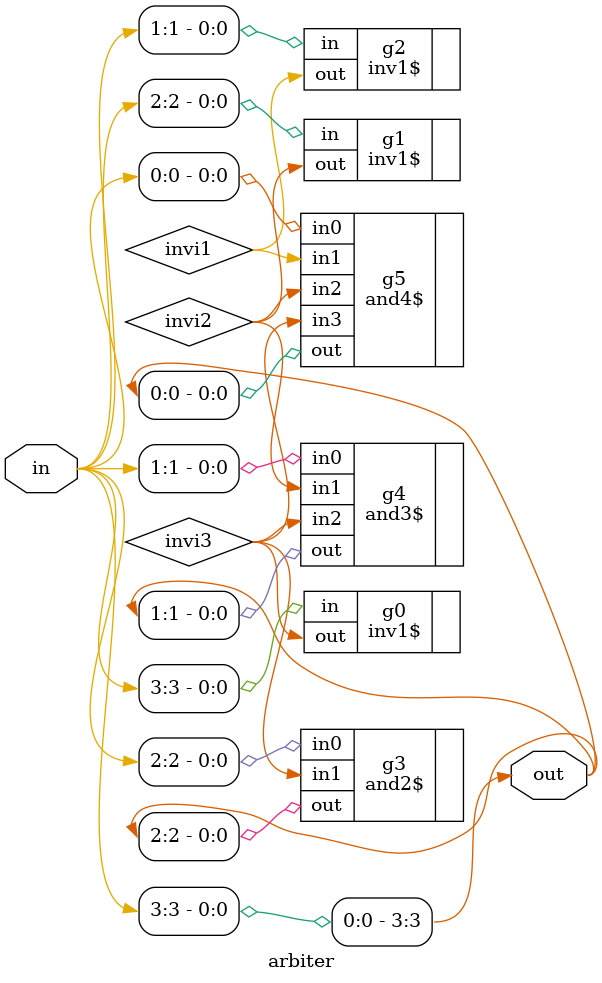
<source format=v>
module arbiter(input [3:0] in,
               output [3:0] out);

    wire invi3, invi2, invi1;

    inv1$ g0(.out(invi3), .in(in[3]));
    inv1$ g1(.out(invi2), .in(in[2]));
    inv1$ g2(.out(invi1), .in(in[1]));

    assign out[3] = in[3];
    and2$ g3(.out(out[2]), .in0(in[2]), .in1(invi3));
    and3$ g4(.out(out[1]), .in0(in[1]), .in1(invi2), .in2(invi3));
    and4$ g5(.out(out[0]), .in0(in[0]), .in1(invi1), .in2(invi2), .in3(invi3));

endmodule
</source>
